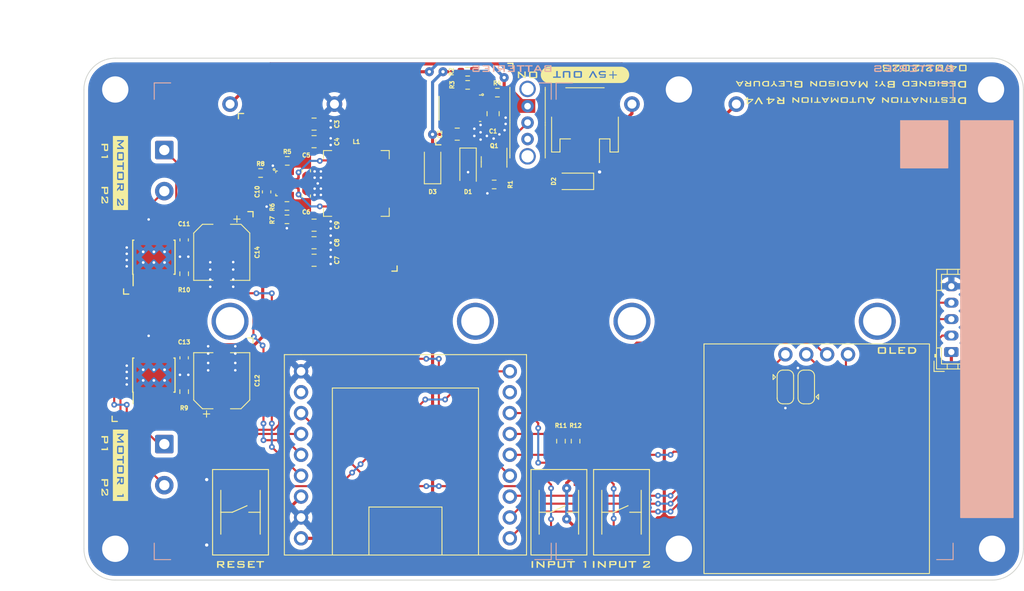
<source format=kicad_pcb>
(kicad_pcb (version 20211014) (generator pcbnew)
  (title_block (title "Destination Automation R4") (date "2023-04-02") (rev "04") (comment 1 "Madison Gleydura") (comment 2 "PROTOTYPE") (comment 3 "2023"))
  (layers (0 "F.Cu" mixed) (31 "B.Cu" power) (34 "B.Paste" user) (35 "F.Paste" user) (36 "B.SilkS" user "B.Silkscreen") (37 "F.SilkS" user "F.Silkscreen") (38 "B.Mask" user) (39 "F.Mask" user) (44 "Edge.Cuts" user))
  (net 0 "")
  (net 1 "VCC")
  (net 2 "GND")
  (net 3 "+5V")
  (net 4 "+8V")
  (net 5 "/Q1S")
  (net 6 "/Q1D")
  (net 7 "/Batt_mid")
  (net 8 "+3V3")
  (net 9 "LFL")
  (net 10 "LFM")
  (net 11 "LFR")
  (net 12 "/OUT1_1")
  (net 13 "/OUT2_1")
  (net 14 "/OUT1_2")
  (net 15 "/OUT2_2")
  (net 16 "/OLED1")
  (net 17 "/OLED2")
  (net 18 "/L1")
  (net 19 "/L2")
  (net 20 "/Q1G")
  (net 21 "/FB_MPM")
  (net 22 "GNDA")
  (net 23 "Net-(R4-Pad2)")
  (net 24 "/10k_up")
  (net 25 "/FB_TPS")
  (net 26 "/100k_up")
  (net 27 "/Ilim_1")
  (net 28 "/Ilim_2")
  (net 30 "/XIAO_RST")
  (net 31 "SW3")
  (net 38 "M2_1")
  (net 39 "M2_2")
  (net 40 "M1_2")
  (net 43 "SCL")
  (net 44 "SDA")
  (net 45 "M1_1")
  (net 46 "SW4")
  (net 47 "Net-(C10-Pad1)")
  (net 48 "/Vout_D")
  (net 49 "/Buck_5V")
  (footprint "MF_Switches:MF_Switches-TACT6MM" (layer "F.Cu") (at 146.685 131.445 -90)
    (fp_text reference "SW3")
    (fp_text value "PTS645SH43SMTR92LFS")
  )
  (footprint "Jumper:SolderJumper-3_P1.3mm_Open_RoundedPad1.0x1.5mm" (layer "F.Cu") (at 174.244 116.203022 -90)
    (fp_text reference "JP1")
    (fp_text value "Jumper_3_Open")
  )
  (footprint "kibuzzard-63BAE271" (layer "F.Cu") (at 91.44 128.429995 -90)
    (fp_text reference "kibuzzard-63BAE271" hide)
    (fp_text value "G***" hide)
  )
  (footprint "Resistor_SMD:R_0603_1608Metric" (layer "F.Cu") (at 139.204192 80.391 180)
    (fp_text reference "R4")
    (fp_text value "100k")
  )
  (footprint "kibuzzard-63BAE271" (layer "F.Cu") (at 91.44 92.869995 -90)
    (fp_text reference "kibuzzard-63BAE271" hide)
    (fp_text value "G***" hide)
  )
  (footprint "MountingHole:MountingHole_3.2mm_M3_DIN965_Pad" (layer "F.Cu") (at 161.29 80.01)
    (fp_text reference "H2")
    (fp_text value "M3")
  )
  (footprint "Resistor_SMD:R_0603_1608Metric" (layer "F.Cu") (at 146.939 122.7968 -90)
    (fp_text reference "R11")
    (fp_text value "10k")
  )
  (footprint "Capacitor_SMD:CP_Elec_6.3x7.7" (layer "F.Cu") (at 105.664 99.822 -90)
    (fp_text reference "C14")
    (fp_text value "47uF")
  )
  (footprint "Resistor_SMD:R_0603_1608Metric" (layer "F.Cu") (at 113.600992 94.1832 180)
    (fp_text reference "R6")
    (fp_text value "330k")
  )
  (footprint "Diode_SMD:D_SOD-123" (layer "F.Cu") (at 135.636 89.534009 -90)
    (fp_text reference "D1")
    (fp_text value "MMSZ4702T1G")
  )
  (footprint "Connector_JST:JST_PH_S2B-PH-SM4-TB_1x02-1MP_P2.00mm_Horizontal" (layer "F.Cu") (at 149.86 84.307 180)
    (fp_text reference "J3" hide)
    (fp_text value "S2B-PH-K-S(LF)(SN)")
  )
  (footprint "DS-ics:DRA74" (layer "F.Cu") (at 122.047 91.44 -90)
    (fp_text reference "L1")
    (fp_text value "1.5uH")
  )
  (footprint "Package_TO_SOT_SMD:SOT-23" (layer "F.Cu") (at 138.800789 88.821489 -90)
    (fp_text reference "Q1")
    (fp_text value "DMP3056L")
  )
  (footprint "kibuzzard-63BAED05" (layer "F.Cu") (at 93.345 90.17 -90)
    (fp_text reference "kibuzzard-63BAED05" hide)
    (fp_text value "G***" hide)
  )
  (footprint "Capacitor_SMD:C_0805_2012Metric" (layer "F.Cu") (at 134.317867 85.4456)
    (fp_text reference "C2")
    (fp_text value "22uF")
  )
  (footprint "Capacitor_SMD:C_0603_1608Metric" (layer "F.Cu") (at 101.092 112.657204 -90)
    (fp_text reference "C13")
    (fp_text value "0.1uF")
  )
  (footprint "kibuzzard-63BAED20" (layer "F.Cu") (at 200.025 107.95 90)
    (fp_text reference "kibuzzard-63BAED20" hide)
    (fp_text value "G***" hide)
  )
  (footprint "DS-power:RNM0015A" (layer "F.Cu") (at 113.538 91.44)
    (fp_text reference "U2")
    (fp_text value "TPS630701")
  )
  (footprint "Capacitor_SMD:C_0603_1608Metric" (layer "F.Cu") (at 101.092 98.311005 -90)
    (fp_text reference "C11")
    (fp_text value "0.1uF")
  )
  (footprint "kibuzzard-63BADBE9" (layer "F.Cu") (at 187.833 111.76)
    (fp_text reference "kibuzzard-63BADBE9" hide)
    (fp_text value "G***" hide)
  )
  (footprint "Capacitor_SMD:C_0603_1608Metric" (layer "F.Cu") (at 111.125 92.469005 -90)
    (fp_text reference "C10")
    (fp_text value "0.1uF")
  )
  (footprint "kibuzzard-6429DDBF" (layer "F.Cu") (at 182.245 79.375 180)
    (fp_text reference "kibuzzard-6429DDBF" hide)
    (fp_text value "G***" hide)
  )
  (footprint "kibuzzard-63BADEE3" (layer "F.Cu") (at 142.875 78.232 180)
    (fp_text reference "kibuzzard-63BADEE3" hide)
    (fp_text value "G***" hide)
  )
  (footprint "MF_Switches:MF_Switches-TACT6MM" (layer "F.Cu") (at 107.95 131.445 -90)
    (fp_text reference "SW2")
    (fp_text value "PTS645SH43SMTR92LFS")
  )
  (footprint "Resistor_SMD:R_0603_1608Metric" (layer "F.Cu") (at 101.092 102.426008 90)
    (fp_text reference "R10")
    (fp_text value "53.6k")
  )
  (footprint "kibuzzard-6429DDCA" (layer "F.Cu") (at 170.434 81.3816 180)
    (fp_text reference "kibuzzard-6429DDCA" hide)
    (fp_text value "G***" hide)
  )
  (footprint "Resistor_SMD:R_0603_1608Metric" (layer "F.Cu") (at 101.092 116.772207 90)
    (fp_text reference "R9")
    (fp_text value "53.6k")
  )
  (footprint "Capacitor_SMD:C_0805_2012Metric" (layer "F.Cu") (at 116.901011 100.7872)
    (fp_text reference "C7")
    (fp_text value "22uF")
  )
  (footprint "Resistor_SMD:R_0603_1608Metric" (layer "F.Cu") (at 135.5852 79.4512 180)
    (fp_text reference "R3")
    (fp_text value "19.1k")
  )
  (footprint "Resistor_SMD:R_0603_1608Metric" (layer "F.Cu") (at 148.717 122.7968 -90)
    (fp_text reference "R12")
    (fp_text value "10k")
  )
  (footprint "Capacitor_SMD:C_0805_2012Metric" (layer "F.Cu") (at 116.901011 84.2264)
    (fp_text reference "C3")
    (fp_text value "10uF")
  )
  (footprint "DS-connectors:SW_SPDT" (layer "F.Cu") (at 149.875 84.041996 -90)
    (fp_text reference "SW1")
    (fp_text value "OS102011MS2QS1")
  )
  (footprint "Capacitor_SMD:C_0805_2012Metric" (layer "F.Cu") (at 138.684 82.954495 -90)
    (fp_text reference "C1")
    (fp_text value "10uF")
  )
  (footprint "kibuzzard-63BADD9E" (layer "F.Cu") (at 107.95 137.795)
    (fp_text reference "kibuzzard-63BADD9E" hide)
    (fp_text value "G***" hide)
  )
  (footprint "Capacitor_SMD:C_0603_1608Metric" (layer "F.Cu") (at 115.951 92.977005 90)
    (fp_text reference "C6")
    (fp_text value "10uF")
  )
  (footprint "Resistor_SMD:R_0603_1608Metric" (layer "F.Cu") (at 113.600992 95.8088)
    (fp_text reference "R7")
    (fp_text value "36.5k")
  )
  (footprint "MountingHole:MountingHole_3.2mm_M3_DIN965_Pad" (layer "F.Cu") (at 92.71 135.89)
    (fp_text reference "H4")
    (fp_text value "M3")
  )
  (footprint "Diode_SMD:D_SOD-123F" (layer "F.Cu") (at 148.717 91.186 180)
    (fp_text reference "D2")
    (fp_text value "DSS14U")
  )
  (footprint "MountingHole:MountingHole_3.2mm_M3_DIN965_Pad" (layer "F.Cu") (at 92.71 80.01)
    (fp_text reference "H1")
    (fp_text value "M3")
  )
  (footprint "Capacitor_SMD:C_0805_2012Metric" (layer "F.Cu") (at 116.901011 96.52)
    (fp_text reference "C9")
    (fp_text value "22uF")
  )
  (footprint "Capacitor_SMD:C_0805_2012Metric" (layer "F.Cu") (at 116.901011 98.6536)
    (fp_text reference "C8")
    (fp_text value "22uF")
  )
  (footprint "DS-connectors:XiaoCarrier" (layer "F.Cu") (at 128.016 139.7 180)
    (fp_text reference "U3")
    (fp_text value "XiaoCarrier")
  )
  (footprint "Resistor_SMD:R_0603_1608Metric" (layer "F.Cu") (at 138.811 91.567 180)
    (fp_text reference "R1")
    (fp_text value "100R")
  )
  (footprint "MountingHole:MountingHole_3.2mm_M3_DIN965_Pad" (layer "F.Cu") (at 161.29 135.89)
    (fp_text reference "H5")
    (fp_text value "M3")
  )
  (footprint "kibuzzard-63BAECF6" (layer "F.Cu") (at 93.345 125.73 -90)
    (fp_text reference "kibuzzard-63BAECF6" hide)
    (fp_text value "G***" hide)
  )
  (footprint "Resistor_SMD:R_0603_1608Metric" (layer "F.Cu") (at 110.392007 90.17)
    (fp_text reference "R8")
    (fp_text value "100k")
  )
  (footprint "kibuzzard-63BAECD9" (layer "F.Cu") (at 146.685 137.795)
    (fp_text reference "kibuzzard-63BAECD9" hide)
    (fp_text value "G***" hide)
  )
  (footprint "Capacitor_SMD:C_0805_2012Metric" (layer "F.Cu") (at 116.901011 86.36)
    (fp_text reference "C4")
    (fp_text value "10uF")
  )
  (footprint "kibuzzard-63BAE25F" (layer "F.Cu") (at 91.44 87.470005 -90)
    (fp_text reference "kibuzzard-63BAE25F" hide)
    (fp_text value "G***" hide)
  )
  (footprint "DS-power:MPM3610" (layer "F.Cu") (at 134.655992 82.292012 -90)
    (fp_text reference "U1")
    (fp_text value "MPM3610")
  )
  (footprint "MF_Switches:MF_Switches-TACT6MM" (layer "F.Cu") (at 154.305 131.445 -90)
    (fp_text reference "SW4")
    (fp_text value "PTS645SH43SMTR92LFS")
  )
  (footprint "Capacitor_SMD:C_0603_1608Metric" (layer "F.Cu") (at 115.951 89.902995 -90)
    (fp_text reference "C5")
    (fp_text value "10uF")
  )
  (footprint "kibuzzard-63BAE25F" (layer "F.Cu") (at 91.44 123.030005 -90)
    (fp_text reference "kibuzzard-63BAE25F" hide)
    (fp_text value "G***" hide)
  )
  (footprint "Connector_Wire:SolderWire-1sqmm_1x02_P5.4mm_D1.4mm_OD2.7mm" (layer "F.Cu") (at 98.679 123.153 -90)
    (fp_text reference "J5")
    (fp_text value "1935161")
  )
  (footprint "kibuzzard-63BAECE0" (layer "F.Cu") (at 154.305 137.795)
    (fp_text reference "kibuzzard-63BAECE0" hide)
    (fp_text value "G***" hide)
  )
  (footprint "MountingHole:MountingHole_3.2mm_M3_DIN965_Pad" (layer "F.Cu") (at 199.39 135.89)
    (fp_text reference "H6")
    (fp_text value "M3")
  )
  (footprint "Diode_SMD:D_SOD-123F" (layer "F.Cu") (at 131.318 89.281 90)
    (fp_text reference "D3")
    (fp_text value "DSS14U")
  )
  (footprint "Connector_Wire:SolderWire-1sqmm_1x02_P5.4mm_D1.4mm_OD2.7mm" (layer "F.Cu") (at 98.679 87.376 -90)
    (fp_text reference "J6")
    (fp_text value "1935161")
  )
  (footprint "Package_SO:Texas_HTSOP-8-1EP_3.9x4.9mm_P1.27mm_EP2.95x4.9mm_Mask2.4x3.1mm_ThermalVias" (layer "F.Cu") (at 97.409 114.7572 90)
    (fp_text reference "U4")
    (fp_text value "DRV8871DDA")
  )
  (footprint "Resistor_SMD:R_0603_1608Metric" (layer "F.Cu") (at 135.5852 77.851)
    (fp_text reference "R2")
    (fp_text value "100k")
  )
  (footprint "kibuzzard-63BADE14" (layer "F.Cu") (at 149.86 78.232 180)
    (fp_text reference "kibuzzard-63BADE14" hide)
    (fp_text value "G***" hide)
  )
  (footprint "MountingHole:MountingHole_3.2mm_M3_DIN965_Pad" (layer "F.Cu") (at 199.263 80.01)
    (fp_text reference "H3")
    (fp_text value "M3")
  )
  (footprint "Package_SO:Texas_HTSOP-8-1EP_3.9x4.9mm_P1.27mm_EP2.95x4.9mm_Mask2.4x3.1mm_ThermalVias" (layer "F.Cu") (at 97.409 100.411001 90)
    (fp_text reference "U5")
    (fp_text value "DRV8871DDA")
  )
  (footprint "Jumper:SolderJumper-3_P1.3mm_Open_RoundedPad1.0x1.5mm" (layer "F.Cu") (at 176.784 116.203022 90)
    (fp_text reference "JP2")
    (fp_text value "Jumper_3_Open")
  )
  (footprint "Connector_JST:JST_PH_B5B-PH-K_1x05_P2.00mm_Vertical" (layer "F.Cu") (at 194.437 111.95 90)
    (fp_text reference "J4")
    (fp_text value "B5B-PH-K-S(LF)(SN)")
  )
  (footprint "Resistor_SMD:R_0603_1608Metric" (layer "F.Cu") (at 113.6396 88.6968 180)
    (fp_text reference "R5")
    (fp_text value "10k")
  )
  (footprint "Capacitor_SMD:CP_Elec_6.3x7.7" (layer "F.Cu") (at 105.664 115.443 90)
    (fp_text reference "C12")
    (fp_text value "47uF")
  )
  (footprint "DS-connectors:OLED_module" (layer "F.Cu") (at 178.054 105.885996)
    (fp_text reference "U6")
    (fp_text value "OLED_module")
  )
  (footprint "DS-power:2464BatteryPack" (layer "B.Cu") (at 121.604989 79.207995 180)
    (fp_text reference "J2")
    (fp_text value "2464")
  )
  (footprint "kibuzzard-63BAED92" (layer "B.Cu") (at 140.97 77.47 180)
    (fp_text reference "kibuzzard-63BAED92" hide)
    (fp_text value "G***" hide)
  )
  (footprint "kibuzzard-63BAED92" (layer "B.Cu") (at 189.865 77.47 180)
    (fp_text reference "kibuzzard-63BAED92" hide)
    (fp_text value "G***" hide)
  )
  (footprint "DS-power:2464BatteryPack" (layer "B.Cu") (at 170.499989 79.207995 180)
    (fp_text reference "J1")
    (fp_text value "2464")
  )
  (gr_rect (start 201.93 83.82) (end 195.58 132.08) (layer "B.SilkS") (width 0.15) (fill solid))
  (gr_rect (start 188.2775 89.535) (end 193.9925 83.82) (layer "B.SilkS") (width 0.15) (fill solid))
  (gr_line (start 127 102.108) (end 127 101.473) (layer "F.SilkS") (width 0.15))
  (gr_line (start 109.474 110.236) (end 109.474 110.871) (layer "F.SilkS") (width 0.15))
  (gr_line (start 109.474 94.869) (end 108.839 94.869) (layer "F.SilkS") (width 0.15))
  (gr_line (start 131.699 86.741) (end 132.334 86.741) (layer "F.SilkS") (width 0.15))
  (gr_line (start 127 102.108) (end 126.365 102.108) (layer "F.SilkS") (width 0.15))
  (gr_line (start 141.097 76.835) (end 140.462 76.835) (layer "F.SilkS") (width 0.15))
  (gr_line (start 131.699 86.741) (end 131.699 86.106) (layer "F.SilkS") (width 0.15))
  (gr_line (start 92.329 120.396) (end 92.329 119.761) (layer "F.SilkS") (width 0.15))
  (gr_line (start 107.696 82.931) (end 108.331 82.931) (layer "F.SilkS") (width 0.15))
  (gr_line (start 93.726 104.902) (end 93.726 104.267) (layer "F.SilkS") (width 0.15))
  (gr_line (start 109.474 94.869) (end 109.474 95.504) (layer "F.SilkS") (width 0.15))
  (gr_line (start 92.329 120.396) (end 92.964 120.396) (layer "F.SilkS") (width 0.15))
  (gr_line (start 93.726 104.902) (end 94.361 104.902) (layer "F.SilkS") (width 0.15))
  (gr_line (start 108.839 110.236) (end 109.474 110.236) (layer "F.SilkS") (width 0.15))
  (gr_line (start 107.696 82.931) (end 107.696 83.566) (layer "F.SilkS") (width 0.15))
  (gr_line (start 141.097 76.835) (end 141.097 77.47) (layer "F.SilkS") (width 0.15))
  (gr_arc locked (start 92.71 139.7) (mid 90.015923 138.584077) (end 88.9 135.89) (layer "Edge.Cuts") (width 0.1))
  (gr_arc locked (start 199.39 76.2) (mid 202.084077 77.315923) (end 203.2 80.01) (layer "Edge.Cuts") (width 0.1))
  (gr_line locked (start 199.39 139.7) (end 92.71 139.7) (layer "Edge.Cuts") (width 0.1))
  (gr_line locked (start 88.9 135.89) (end 88.9 80.01) (layer "Edge.Cuts") (width 0.1))
  (gr_line locked (start 199.39 76.2) (end 92.71 76.2) (layer "Edge.Cuts") (width 0.1))
  (gr_line locked (start 203.2 135.89) (end 203.2 80.01) (layer "Edge.Cuts") (width 0.1))
  (gr_arc locked (start 88.9 80.01) (mid 90.015923 77.315923) (end 92.71 76.2) (layer "Edge.Cuts") (width 0.1))
  (gr_arc locked (start 203.2 135.89) (mid 202.084077 138.584077) (end 199.39 139.7) (layer "Edge.Cuts") (width 0.1))
  (segment (start 115.951 81.3562) (end 115.951 84.226389) (width 0.381) (layer "F.Cu") (net 1))
  (segment (start 130.9219 77.851) (end 119.4562 77.851) (width 0.381) (layer "F.Cu") (net 1))
  (segment (start 119.4562 77.851) (end 115.951 81.3562) (width 0.381) (layer "F.Cu") (net 1))
  (segment (start 115.951 84.226389) (end 115.951011 84.2264) (width 0.381) (layer "F.Cu") (net 1))
  (segment (start 140.0292 78.5612) (end 140.0292 80.391) (width 0.381) (layer "F.Cu") (net 1))
  (via (at 140.0292 78.5612) (size 1.1) (drill 0.4) (layers "F.Cu" "B.Cu") (net 1))
  (via (at 130.9219 77.851) (size 1.1) (drill 0.4) (layers "F.Cu" "B.Cu") (net 1))
  (segment (start 138.3785 76.9105) (end 131.8624 76.9105) (width 0.381) (layer "B.Cu") (net 1))
  (segment (start 131.8624 76.9105) (end 130.9219 77.851) (width 0.381) (layer "B.Cu") (net 1))
  (segment (start 140.0292 78.5612) (end 138.3785 76.9105) (width 0.381) (layer "B.Cu") (net 1))
  (segment (start 103.8352 127.47244) (end 105.50144 127.47244) (width 0.25) (layer "F.Cu") (net 2))
  (segment (start 111.8616 92.3544) (end 112.026 92.19) (width 0.254) (layer "F.Cu") (net 2))
  (segment (start 150.86 87.157) (end 150.86 89.265) (width 0.381) (layer "F.Cu") (net 2))
  (segment (start 111.8616 93.0656) (end 111.8616 92.3544) (width 0.254) (layer "F.Cu") (net 2))
  (segment (start 112.2904 90.04) (end 111.887 89.6366) (width 0.254) (layer "F.Cu") (net 2))
  (segment (start 113.792 95.8088) (end 113.5888 96.012) (width 0.254) (layer "F.Cu") (net 2))
  (segment (start 103.85044 135.41756) (end 105.50144 135.41756) (width 0.254) (layer "F.Cu") (net 2))
  (segment (start 113.792 95.8088) (end 113.5888 95.6056) (width 0.254) (layer "F.Cu") (net 2))
  (segment (start 176.777422 114.903022) (end 176.784 114.903022) (width 0.254) (layer "F.Cu") (net 2))
  (segment (start 111.6832 93.244) (end 111.8616 93.0656) (width 0.254) (layer "F.Cu") (net 2))
  (segment (start 113.313 93.449994) (end 113.313 92.84) (width 0.254) (layer "F.Cu") (net 2))
  (segment (start 112.813 90.04) (end 112.2904 90.04) (width 0.254) (layer "F.Cu") (net 2))
  (segment (start 137.986 92.646) (end 137.986 91.567) (width 0.254) (layer "F.Cu") (net 2))
  (segment (start 113.5888 96.012) (end 113.5888 95.6056) (width 0.254) (layer "F.Cu") (net 2))
  (segment (start 150.86 89.265) (end 151.638 90.043) (width 0.381) (layer "F.Cu") (net 2))
  (segment (start 113.5888 93.725794) (end 113.313 93.449994) (width 0.254) (layer "F.Cu") (net 2))
  (segment (start 114.426 95.8088) (end 113.792 95.8088) (width 0.254) (layer "F.Cu") (net 2))
  (segment (start 96.774 111.8822) (end 96.774 109.982) (width 0.254) (layer "F.Cu") (net 2))
  (segment (start 113.5888 96.8883) (end 113.5888 96.012) (width 0.254) (layer "F.Cu") (net 2))
  (segment (start 103.8352 135.4328) (end 103.85044 135.41756) (width 0.254) (layer "F.Cu") (net 2))
  (segment (start 111.887 89.6366) (end 111.887 89.281) (width 0.254) (layer "F.Cu") (net 2))
  (segment (start 96.774 95.8215) (end 96.774 97.536001) (width 0.254) (layer "F.Cu") (net 2))
  (segment (start 175.768 113.8936) (end 176.777422 114.903022) (width 0.254) (layer "F.Cu") (net 2))
  (segment (start 112.026 92.19) (end 112.388 92.19) (width 0.254) (layer "F.Cu") (net 2))
  (segment (start 113.792 95.8088) (end 113.5888 95.8088) (width 0.254) (layer "F.Cu") (net 2))
  (segment (start 111.125 93.244) (end 111.6832 93.244) (width 0.254) (layer "F.Cu") (net 2))
  (segment (start 111.125 93.244005) (end 111.125 94.2594) (width 0.254) (layer "F.Cu") (net 2))
  (segment (start 135.636 90.0684) (end 135.636 91.184) (width 0.254) (layer "F.Cu") (net 2))
  (segment (start 174.244 117.503022) (end 174.244 118.7704) (width 0.254) (layer "F.Cu") (net 2))
  (segment (start 113.5888 95.6056) (end 113.5888 93.725794) (width 0.254) (layer "F.Cu") (net 2))
  (via (at 104.267 104.013) (size 0.7) (drill 0.31) (layers "F.Cu" "B.Cu") (net 2))
  (via (at 117.729 92.075) (size 0.7) (drill 0.31) (layers "F.Cu" "B.Cu") (net 2))
  (via (at 107.315 113.284) (size 0.7) (drill 0.31) (layers "F.Cu" "B.Cu") (net 2))
  (via (at 94.107 114.3762) (size 0.7) (drill 0.31) (layers "F.Cu" "B.Cu") (net 2))
  (via (at 140.208 83.439) (size 0.7) (drill 0.31) (layers "F.Cu" "B.Cu") (net 2))
  (via (at 118.9228 85.9536) (size 0.7) (drill 0.31) (layers "F.Cu" "B.Cu") (net 2))
  (via (at 104.013 113.284) (size 0.7) (drill 0.31) (layers "F.Cu" "B.Cu") (net 2))
  (via (at 113.5888 96.8883) (size 0.7) (drill 0.31) (layers "F.Cu" "B.Cu") (net 2))
  (via (at 117.729 90.7415) (size 0.7) (drill 0.31) (layers "F.Cu" "B.Cu") (net 2))
  (via (at 100.584 100.3554) (size 0.7) (drill 0.31) (layers "F.Cu" "B.Cu") (net 2))
  (via (at 118.9228 83.82) (size 0.7) (drill 0.31) (layers "F.Cu" "B.Cu") (net 2))
  (via (at 107.061 103.124) (size 0.7) (drill 0.31) (layers "F.Cu" "B.Cu") (net 2))
  (via (at 101.6 100.3554) (size 0.7) (drill 0.31) (layers "F.Cu" "B.Cu") (net 2))
  (via (at 137.16 85.217) (size 0.7) (drill 0.31) (layers "F.Cu" "B.Cu") (net 2))
  (via (at 117.729 92.837) (size 0.7) (drill 0.31) (layers "F.Cu" "B.Cu") (net 2))
  (via (at 116.967 92.837) (size 0.7) (drill 0.31) (layers "F.Cu" "B.Cu") (net 2))
  (via (at 101.6 114.726999) (size 0.7) (drill 0.31) (layers "F.Cu" "B.Cu") (net 2))
  (via (at 94.107 101.5238) (size 0.7) (drill 0.31) (layers "F.Cu" "B.Cu") (net 2))
  (via (at 137.986 92.646) (size 0.7) (drill 0.31) (layers "F.Cu" "B.Cu") (net 2))
  (via (at 104.267 101.9175) (size 0.7) (drill 0.31) (layers "F.Cu" "B.Cu") (net 2))
  (via (at 139.446 85.471) (size 0.7) (drill 0.31) (layers "F.Cu" "B.Cu") (net 2))
  (via (at 104.013 112.141) (size 0.7) (drill 0.31) (layers "F.Cu" "B.Cu") (net 2))
  (via (at 96.774 95.8215) (size 0.7) (drill 0.31) (layers "F.Cu" "B.Cu") (net 2))
  (via (at 94.107 99.9998) (size 0.7) (drill 0.31) (layers "F.Cu" "B.Cu") (net 2))
  (via (at 138.7475 85.979) (size 0.7) (drill 0.31) (layers "F.Cu" "B.Cu") (net 2))
  (via (at 94.107 113.6142) (size 0.7) (drill 0.31) (layers "F.Cu" "B.Cu") (net 2))
  (via (at 137.16 84.328) (size 0.7) (drill 0.31) (layers "F.Cu" "B.Cu") (net 2))
  (via (at 118.9228 100.3808) (size 0.7) (drill 0.31) (layers "F.Cu" "B.Cu") (net 2))
  (via (at 136.398 85.6615) (size 0.7) (drill 0.31) (layers "F.Cu" "B.Cu") (net 2))
  (via (at 107.315 112.141) (size 0.7) (drill 0.31) (layers "F.Cu" "B.Cu") (net 2))
  (via (at 107.061 101.9175) (size 0.7) (drill 0.31) (layers "F.Cu" "B.Cu") (net 2))
  (via (at 94.107 115.9002) (size 0.7) (drill 0.31) (layers "F.Cu" "B.Cu") (net 2))
  (via (at 118.9228 84.6328) (size 0.7) (drill 0.31) (layers "F.Cu" "B.Cu") (net 2))
  (via (at 94.107 99.2378) (size 0.7) (drill 0.31) (layers "F.Cu" "B.Cu") (net 2))
  (via (at 116.967 92.075) (size 0.7) (drill 0.31) (layers "F.Cu" "B.Cu") (net 2))
  (via (at 116.967 89.9795) (size 0.7) (drill 0.31) (layers "F.Cu" "B.Cu") (net 2))
  (via (at 117.348 91.44) (size 0.7) (drill 0.31) (layers "F.Cu" "B.Cu") (net 2))
  (via (at 104.267 103.124) (size 0.7) (drill 0.31) (layers "F.Cu" "B.Cu") (net 2))
  (via (at 107.061 101.0082) (size 0.7) (drill 0.31) (layers "F.Cu" "B.Cu") (net 2))
  (via (at 117.729 89.9795) (size 0.7) (drill 0.31) (layers "F.Cu" "B.Cu") (net 2))
  (via (at 107.315 111.252) (size 0.7) (drill 0.31) (layers "F.Cu" "B.Cu") (net 2))
  (via (at 118.9228 96.0628) (size 0.7) (drill 0.31) (layers "F.Cu" "B.Cu") (net 2))
  (via (at 96.774 109.982) (size 0.7) (drill 0.31) (layers "F.Cu" "B.Cu") (net 2))
  (via (at 118.9228 101.2444) (size 0.7) (drill 0.31) (layers "F.Cu" "B.Cu") (net 2))
  (via (at 118.9228 97.79) (size 0.7) (drill 0.31) (layers "F.Cu" "B.Cu") (net 2))
  (via (at 175.768 113.8936) (size 0.7) (drill 0.31) (layers "F.Cu" "B.Cu") (net 2))
  (via (at 104.013 114.1806) (size 0.7) (drill 0.31) (layers "F.Cu" "B.Cu") (net 2))
  (via (at 104.013 111.252) (size 0.7) (drill 0.31) (layers "F.Cu" "B.Cu") (net 2))
  (via (at 107.315 114.173) (size 0.7) (drill 0.31) (layers "F.Cu" "B.Cu") (net 2))
  (via (at 107.061 104.013) (size 0.7) (drill 0.31) (layers "F.Cu" "B.Cu") (net 2))
  (via (at 118.9228 86.7664) (size 0.7) (drill 0.31) (layers "F.Cu" "B.Cu") (net 2))
  (via (at 103.8352 127.47244) (size 1.1) (drill 0.4) (layers "F.Cu" "B.Cu") (net 2))
  (via (at 94.107 100.7618) (size 0.7) (drill 0.31) (layers "F.Cu" "B.Cu") (net 2))
  (via (at 135.636 90.0684) (size 0.7) (drill 0.31) (layers "F.Cu" "B.Cu") (net 2))
  (via (at 118.9228 99.5172) (size 0.7) (drill 0.31) (layers "F.Cu" "B.Cu") (net 2))
  (via (at 174.244 118.7704) (size 0.7) (drill 0.31) (layers "F.Cu" "B.Cu") (net 2))
  (via (at 103.8352 135.4328) (size 1.1) (drill 0.4) (layers "F.Cu" "B.Cu") (net 2))
  (via (at 111.125 94.2594) (size 0.7) (drill 0.31) (layers "F.Cu" "B.Cu") (net 2))
  (via (at 151.638 90.043) (size 1.1) (drill 0.4) (layers "F.Cu" "B.Cu") (net 2))
  (via (at 118.9228 96.9264) (size 0.7) (drill 0.31) (layers "F.Cu" "B.Cu") (net 2))
  (via (at 136.398 84.7852) (size 0.7) (drill 0.31) (layers "F.Cu" "B.Cu") (net 2))
  (via (at 116.967 90.7415) (size 0.7) (drill 0.31) (layers "F.Cu" "B.Cu") (net 2))
  (via (at 94.107 115.1382) (size 0.7) (drill 0.31) (layers "F.Cu" "B.Cu") (net 2))
  (via (at 111.887 89.281) (size 0.7) (drill 0.31) (layers "F.Cu" "B.Cu") (net 2))
  (via (at 118.9228 98.6536) (size 0.7) (drill 0.31) (layers "F.Cu" "B.Cu") (net 2))
  (via (at 140.208 84.201) (size 0.7) (drill 0.31) (layers "F.Cu" "B.Cu") (net 2))
  (via (at 140.081 84.963) (size 0.7) (drill 0.31) (layers "F.Cu" "B.Cu") (net 2))
  (via (at 137.922 85.6615) (size 0.7) (drill 0.31) (layers "F.Cu" "B.Cu") (net 2))
  (via (at 104.267 101.0285) (size 0.7) (drill 0.31) (layers "F.Cu" "B.Cu") (net 2))
  (via (at 100.584 114.726999) (size 0.7) (drill 0.31) (layers "F.Cu" "B.Cu") (net 2))
  (via (at 137.16 86.106) (size 0.7) (drill 0.31) (layers "F.Cu" "B.Cu") (net 2))
  (segment (start 115.316 134.62) (end 130.4036 134.62) (width 0.381) (layer "F.Cu") (net 3))
  (segment (start 131.318 90.681) (end 131.318 93.1672) (width 0.381) (layer "F.Cu") (net 3))
  (segment (start 131.318 93.1672) (end 131.318 93.726) (width 0.381) (layer "F.Cu") (net 3))
  (segment (start 131.318 133.7056) (end 130.4036 134.62) (width 0.381) (layer "F.Cu") (net 3))
  (segment (start 131.826 93.726) (end 131.318 94.234) (width 0.381) (layer "F.Cu") (net 3))
  (segment (start 131.318 93.726) (end 131.318 94.2848) (width 0.381) (layer "F.Cu") (net 3))
  (segment (start 131.318 93.726) (end 131.826 93.726) (width 0.381) (layer "F.Cu") (net 3))
  (segment (start 131.318 94.234) (end 131.318 94.2848) (width 0.381) (layer "F.Cu") (net 3))
  (segment (start 145.923 91.186) (end 147.317 91.186) (width 0.381) (layer "F.Cu") (net 3))
  (segment (start 131.826 93.726) (end 143.383 93.726) (width 0.381) (layer "F.Cu") (net 3))
  (segment (start 131.826 93.726) (end 131.318 93.218) (width 0.381) (layer "F.Cu") (net 3))
  (segment (start 131.318 94.2848) (end 131.318 133.7056) (width 0.381) (layer "F.Cu") (net 3))
  (segment (start 143.383 93.726) (end 145.923 91.186) (width 0.381) (layer "F.Cu") (net 3))
  (segment (start 131.318 93.218) (end 131.318 93.1672) (width 0.381) (layer "F.Cu") (net 3))
  (segment (start 110.8456 96.9264) (end 111.4044 96.9264) (width 0.381) (layer "F.Cu") (net 4))
  (segment (start 102.997 113.157) (end 102.997 116.713) (width 0.381) (layer "F.Cu") (net 4))
  (segment (start 111.4044 96.9264) (end 111.4298 96.9518) (width 0.381) (layer "F.Cu") (net 4))
  (segment (start 110.65 110.076) (end 110.65 97.5436) (width 0.381) (layer "F.Cu") (net 4))
  (segment (start 102.997 116.713) (end 104.427 118.143) (width 0.381) (layer "F.Cu") (net 4))
  (segment (start 101.722204 111.882204) (end 102.997 113.157) (width 0.381) (layer "F.Cu") (net 4))
  (segment (start 104.427 118.143) (end 105.664 118.143) (width 0.381) (layer "F.Cu") (net 4))
  (segment (start 110.871 96.393) (end 108.458 93.98) (width 0.381) (layer "F.Cu") (net 4))
  (segment (start 110.65 97.122) (end 110.8456 96.9264) (width 0.381) (layer "F.Cu") (net 4))
  (segment (start 110.8456 96.9264) (end 111.125 96.647) (width 0.381) (layer "F.Cu") (net 4))
  (segment (start 110.65 97.5436) (end 110.65 97.122) (width 0.381) (layer "F.Cu") (net 4))
  (segment (start 110.142 97.122) (end 110.2284 97.122) (width 0.381) (layer "F.Cu") (net 4))
  (segment (start 101.091996 111.8822) (end 101.092 111.882204) (width 0.381) (layer "F.Cu") (net 4))
  (segment (start 103.665 97.122) (end 105.664 97.122) (width 0.381) (layer "F.Cu") (net 4))
  (segment (start 109.22 115.951) (end 109.22 111.506) (width 0.381) (layer "F.Cu") (net 4))
  (segment (start 105.664 97.122) (end 110.142 97.122) (width 0.381) (layer "F.Cu") (net 4))
  (segment (start 105.664 118.143) (end 107.028 118.143) (width 0.381) (layer "F.Cu") (net 4))
  (segment (start 110.142 97.122) (end 110.65 97.122) (width 0.381) (layer "F.Cu") (net 4))
  (segment (start 110.8456 96.4184) (end 110.871 96.393) (width 0.381) (layer "F.Cu") (net 4))
  (segment (start 108.458 93.98) (end 108.458 90.3224) (width 0.381) (layer "F.Cu") (net 4))
  (segment (start 110.8456 96.9264) (end 110.8456 96.4184) (width 0.381) (layer "F.Cu") (net 4))
  (segment (start 101.092 111.882204) (end 101.722204 111.882204) (width 0.381) (layer "F.Cu") (net 4))
  (segment (start 99.314 111.8822) (end 101.091996 111.8822) (width 0.381) (layer "F.Cu") (net 4))
  (segment (start 108.6104 90.17) (end 109.567 90.17) (width 0.381) (layer "F.Cu") (net 4))
  (segment (start 107.028 118.143) (end 109.22 115.951) (width 0.381) (layer "F.Cu") (net 4))
  (segment (start 101.092 97.536) (end 103.251 97.536) (width 0.381) (layer "F.Cu") (net 4))
  (segment (start 99.314 97.536001) (end 101.092 97.536) (width 0.381) (layer "F.Cu") (net 4))
  (segment (start 103.251 97.536) (end 103.665 97.122) (width 0.381) (layer "F.Cu") (net 4))
  (segment (start 111.125 96.647) (end 111.4298 96.9518) (width 0.381) (layer "F.Cu") (net 4))
  (segment (start 109.22 111.506) (end 110.65 110.076) (width 0.381) (layer "F.Cu") (net 4))
  (segment (start 115.316 100.838) (end 115.951011 100.838) (width 0.381) (layer "F.Cu") (net 4))
  (segment (start 108.458 90.3224) (end 108.6104 90.17) (width 0.381) (layer "F.Cu") (net 4))
  (segment (start 111.125 96.647) (end 110.871 96.393) (width 0.381) (layer "F.Cu") (net 4))
  (segment (start 110.2284 97.122) (end 110.65 97.5436) (width 0.381) (layer "F.Cu") (net 4))
  (segment (start 111.4298 96.9518) (end 115.316 100.838) (width 0.381) (layer "F.Cu") (net 4))
  (segment (start 140.2207 85.979) (end 138.315691 87.884009) (width 0.254) (layer "F.Cu") (net 5))
  (segment (start 140.937996 85.979) (end 140.2207 85.979) (width 0.254) (layer "F.Cu") (net 5))
  (segment (start 138.315691 87.884009) (end 135.636 87.884009) (width 0.254) (layer "F.Cu") (net 5))
  (segment (start 142.875 84.041996) (end 140.937996 85.979) (width 0.254) (layer "F.Cu") (net 5))
  (segment (start 139.319 92.71) (end 141.859 92.71) (width 0.381) (layer "F.Cu") (net 6))
  (segment (start 146.304 85.725) (end 147.701 84.328) (width 0.381) (layer "F.Cu") (net 6))
  (segment (start 154.178 84.328) (end 155.574989 82.931011) (width 0.381) (layer "F.Cu") (net 6))
  (segment (start 147.701 84.328) (end 154.178 84.328) (width 0.381) (layer "F.Cu") (net 6))
  (segment (start 155.574989 82.931011) (end 155.574989 81.787995) (width 0.381) (layer "F.Cu") (net 6))
  (segment (start 138.8008 92.1918) (end 139.319 92.71) (width 0.381) (layer "F.Cu") (net 6))
  (segment (start 146.304 88.265) (end 146.304 85.725) (width 0.381) (layer "F.Cu") (net 6))
  (segment (start 138.8008 89.759) (end 138.8008 92.1918) (width 0.381) (layer "F.Cu") (net 6))
  (segment (start 141.859 92.71) (end 146.304 88.265) (width 0.381) (layer "F.Cu") (net 6))
  (segment (start 154.3659 76.8959) (end 157.48 80.01) (width 0.381) (layer "F.Cu") (net 7))
  (segment (start 106.679989 81.787995) (end 111.572084 76.8959) (width 0.381) (layer "F.Cu") (net 7))
  (segment (start 157.48 82.55) (end 158.75 83.82) (width 0.381) (layer "F.Cu") (net 7))
  (segment (start 166.242984 83.82) (end 168.274989 81.787995) (width 0.381) (layer "F.Cu") (net 7))
  (segment (start 157.48 80.01) (end 157.48 82.55) (width 0.381) (layer "F.Cu") (net 7))
  (segment (start 158.75 83.82) (end 166.242984 83.82) (width 0.381) (layer "F.Cu") (net 7))
  (segment (start 111.572084 76.8959) (end 154.3659 76.8959) (width 0.381) (layer "F.Cu") (net 7))
  (segment (start 159.512 132.08) (end 159.512 131.6736) (width 0.381) (layer "F.Cu") (net 8))
  (segment (start 147.6375 128.524) (end 147.6375 127.889) (width 0.381) (layer "F.Cu") (net 8))
  (segment (start 149.13356 135.41756) (end 149.13356 136.43356) (width 0.381) (layer "F.Cu") (net 8))
  (segment (start 156.5275 136.8425) (end 156.75356 136.61644) (width 0.381) (layer "F.Cu") (net 8))
  (segment (start 146.939 121.9718) (end 148.717 121.9718) (width 0.381) (layer "F.Cu") (net 8))
  (segment (start 175.796022 117.503022) (end 176.784 117.503022) (width 0.254) (layer "F.Cu") (net 8))
  (segment (start 158.91256 127.47244) (end 156.75356 127.47244) (width 0.381) (layer "F.Cu") (net 8))
  (segment (start 148.05406 127.47244) (end 149.13356 127.47244) (width 0.381) (layer "F.Cu") (net 8))
  (segment (start 159.512 127.4445) (end 159.48406 127.47244) (width 0.381) (layer "F.Cu") (net 8))
  (segment (start 175.514 117.221) (end 175.796022 117.503022) (width 0.254) (layer "F.Cu") (net 8))
  (segment (start 160.00476 132.11556) (end 158.96844 132.11556) (width 0.381) (layer "F.Cu") (net 8))
  (segment (start 149.5425 136.8425) (end 156.5275 136.8425) (width 0.381) (layer "F.Cu") (net 8))
  (segment (start 158.91256 127.47244) (end 159.512 126.873) (width 0.381) (layer "F.Cu") (net 8))
  (segment (start 147.6375 127.889) (end 148.05406 127.47244) (width 0.381) (layer "F.Cu") (net 8))
  (segment (start 158.71444 132.11556) (end 156.75356 134.07644) (width 0.381) (layer "F.Cu") (net 8))
  (segment (start 159.131 122.809) (end 159.893 122.809) (width 0.381) (layer "F.Cu") (net 8))
  (segment (start 147.6375 132.2705) (end 149.13356 133.76656) (width 0.381) (layer "F.Cu") (net 8))
  (segment (start 194.437 121.99112) (end 184.31256 132.11556) (width 0.381) (layer "F.Cu") (net 8))
  (segment (start 158.91256 127.47244) (end 158.91256 127.48006) (width 0.381) (layer "F.Cu") (net 8))
  (segment (start 158.2938 121.9718) (end 159.131 122.809) (width 0.381) (layer "F.Cu") (net 8))
  (segment (start 176.784 118.491) (end 176.784 117.503022) (width 0.381) (layer "F.Cu") (net 8))
  (segment (start 158.91256 127.48006) (end 159.512 128.0795) (width 0.381) (layer "F.Cu") (net 8))
  (segment (start 149.13356 133.76656) (end 149.13356 135.41756) (width 0.381) (layer "F.Cu") (net 8))
  (segment (start 159.512 128.0795) (end 159.512 127.4445) (width 0.381) (layer "F.Cu") (net 8))
  (segment (start 159.07004 132.11556) (end 158.96844 132.11556) (width 0.381) (layer "F.Cu") (net 8))
  (segment (start 112.014 132.842) (end 112.014 136.271) (width 0.381) (layer "F.Cu") (net 8))
  (segment (start 148.65731 136.90981) (end 149.13356 136.43356) (width 0.381) (layer "F.Cu") (net 8))
  (segment (start 159.512 131.6736) (end 159.07004 132.11556) (width 0.381) (layer "F.Cu") (net 8))
  (segment (start 159.512 127.4445) (end 159.512 126.873) (width 0.381) (layer "F.Cu") (net 8))
  (segment (start 148.717 121.9718) (end 158.2938 121.9718) (width 0.381) (layer "F.Cu") (net 8))
  (segment (start 173.99 114.903022) (end 174.593022 114.903022) (width 0.254) (layer "F.Cu") (net 8))
  (segment (start 159.512 126.873) (end 159.512 123.19) (width 0.381) (layer "F.Cu") (net 8))
  (segment (start 159.48406 127.47244) (end 158.91256 127.47244) (width 0.381) (layer "F.Cu") (net 8))
  (segment (start 159.512 131.6736) (end 159.95396 132.11556) (width 0.381) (layer "F.Cu") (net 8))
  (segment (start 184.31256 132.11556) (end 160.00476 132.11556) (width 0.381) (layer "F.Cu") (net 8))
  (segment (start 194.437 111.95) (end 194.437 121.99112) (width 0.381) (layer "F.Cu") (net 8))
  (segment (start 159.95396 132.11556) (end 160.00476 132.11556) (width 0.381) (layer "F.Cu") (net 8))
  (segment (start 159.512 123.19) (end 159.131 122.809) (width 0.381) (layer "F.Cu") (net 8))
  (segment (start 159.512 131.6736) (end 159.512 128.0795) (width 0.381) (layer "F.Cu") (net 8))
  (segment (start 175.101022 114.903022) (end 175.514 115.316) (width 0.254) (layer "F.Cu") (net 8))
  (segment (start 175.514 115.316) (end 175.514 117.221) (width 0.254) (layer "F.Cu") (net 8))
  (segment (start 147.64512 137.922) (end 148.65731 136.90981) (width 0.381) (layer "F.Cu") (net 8))
  (segment (start 149.5425 136.8425) (end 148.72462 136.8425) (width 0.381) (layer "F.Cu") (net 8))
  (segment (start 115.316 129.54) (end 112.014 132.842) (width 0.381) (layer "F.Cu") (net 8))
  (segment (start 159.893 122.809) (end 172.466 122.809) (width 0.381) (layer "F.Cu") (net 8))
  (segment (start 156.75356 134.07644) (end 156.75356 135.41756) (width 0.381) (layer "F.Cu") (net 8))
  (segment (start 159.512 123.19) (end 159.893 122.809) (width 0.381) (layer "F.Cu") (net 8))
  (segment (start 156.75356 136.61644) (end 156.75356 135.41756) (width 0.381) (layer "F.Cu") (net 8))
  (segment (start 149.13356 136.43356) (end 149.5425 136.8425) (width 0.381) (layer "F.Cu") (net 8))
  (segment (start 172.466 122.809) (end 176.784 118.491) (width 0.381) (layer "F.Cu") (net 8))
  (segment (start 148.72462 136.8425) (end 148.65731 136.90981) (width 0.381) (layer "F.Cu") (net 8))
  (segment (start 174.244 114.903022) (end 175.101022 114.903022) (width 0.254) (layer "F.Cu") (net 8))
  (segment (start 158.96844 132.11556) (end 158.71444 132.11556) (width 0.381) (layer "F.Cu") (net 8))
  (segment (start 112.014 136.271) (end 113.665 137.922) (width 0.381) (layer "F.Cu") (net 8))
  (segment (start 113.665 137.922) (end 147.64512 137.922) (width 0.381) (layer "F.Cu") (net 8))
  (via (at 147.6375 128.524) (size 1.1) (drill 0.4) (layers "F.Cu" "B.Cu") (net 8))
  (via (at 147.6375 132.2705) (size 1.1) (drill 0.4) (layers "F.Cu" "B.Cu") (net 8))
  (segment (start 147.6375 132.2705) (end 147.6375 128.524) (width 0.381) (layer "B.Cu") (net 8))
  (segment (start 164.8968 126.746) (end 176.53 126.746) (width 0.254) (layer "F.Cu") (net 9))
  (segment (start 160.274 131.3688) (end 164.8968 126.746) (width 0.254) (layer "F.Cu") (net 9))
  (segment (start 176.53 126.746) (end 193.326 109.95) (width 0.254) (layer "F.Cu") (net 9))
  (segment (start 158.75 131.3688) (end 143.9672 131.3688) (width 0.254) (layer "F.Cu") (net 9))
  (segment (start 143.9672 131.3688) (end 140.716 134.62) (width 0.254) (layer "F.Cu") (net 9))
  (segment (start 193.326 109.95) (end 194.437 109.95) (width 0.254) (layer "F.Cu") (net 9))
  (via (at 160.274 131.3688) (size 0.7) (drill 0.31) (layers "F.Cu" "B.Cu") (net 9))
  (via (at 158.75 131.3688) (size 0.7) (drill 0.31) (layers "F.Cu" "B.Cu") (net 9))
  (segment (start 158.75 131.3688) (end 160.274 131.3688) (width 0.254) (layer "B.Cu") (net 9))
  (segment (start 158.75 130.4036) (end 142.3924 130.4036) (width 0.254) (layer "F.Cu") (net 10))
  (segment (start 193.04 107.95) (end 194.437 107.95) (width 0.254) (layer "F.Cu") (net 10))
  (segment (start 160.274 130.4036) (end 164.8206 125.857) (width 0.254) (layer "F.Cu") (net 10))
  (segment (start 142.3924 130.4036) (end 140.716 132.08) (width 0.254) (layer "F.Cu") (net 10))
  (segment (start 175.133 125.857) (end 193.04 107.95) (width 0.254) (layer "F.Cu") (net 10))
  (segment (start 164.8206 125.857) (end 175.133 125.857) (width 0.254) (layer "F.Cu") (net 10))
  (via (at 160.274 130.4036) (size 0.7) (drill 0.31) (layers "F.Cu" "B.Cu") (net 10))
  (via (at 158.75 130.4036) (size 0.7) (drill 0.31) (layers "F.Cu" "B.Cu") (net 10))
  (segment (start 158.75 130.4036) (end 160.274 130.4036) (width 0.254) (layer "B.Cu") (net 10))
  (segment (start 173.99 124.968) (end 193.008 105.95) (width 0.254) (layer "F.Cu") (net 11))
  (segment (start 193.008 105.95) (end 194.437 105.95) (width 0.254) (layer "F.Cu") (net 11))
  (segment (start 160.274 129.3876) (end 164.6936 124.968) (width 0.254) (layer "F.Cu") (net 11))
  (segment (start 160.274 129.4384) (end 160.274 129.3876) (width 0.254) (layer "F.Cu") (net 11))
  (segment (start 158.75 129.4384) (end 140.8176 129.4384) (width 0.254) (layer "F.Cu") (net 11))
  (segment (start 140.8176 129.4384) (end 140.716 129.54) (width 0.254) (layer "F.Cu") (net 11))
  (segment (start 164.6936 124.968) (end 173.99 124.968) (width 0.254) (layer "F.Cu") (net 11))
  (via (at 158.75 129.4384) (size 0.7) (drill 0.31) (layers "F.Cu" "B.Cu") (net 11))
  (via (at 160.274 129.4384) (size 0.7) (drill 0.31) (layers "F.Cu" "B.Cu") (net 11))
  (segment (start 158.75 129.4384) (end 160.274 129.4384) (width 0.254) (layer "B.Cu") (net 11))
  (segment (start 94.107 119.253) (end 98.007 123.153) (width 0.254) (layer "F.Cu") (net 12))
  (segment (start 95.25 109.22) (end 96.969423 109.22) (width 0.254) (layer "F.Cu") (net 12))
  (segment (start 98.007 123.153) (end 98.679 123.153) (width 0.254) (layer "F.Cu") (net 12))
  (segment (start 94.107 118.364) (end 94.107 119.253) (width 0.254) (layer "F.Cu") (net 12))
  (segment (start 92.583 118.364) (end 92.583 111.887) (width 0.254) (layer "F.Cu") (net 12))
  (segment (start 98.044 110.294577) (end 98.044 111.8822) (width 0.254) (layer "F.Cu") (net 12))
  (segment (start 92.583 111.887) (end 95.25 109.22) (width 0.254) (layer "F.Cu") (net 12))
  (segment (start 96.969423 109.22) (end 98.044 110.294577) (width 0.254) (layer "F.Cu") (net 12))
  (via (at 94.107 118.364) (size 0.7) (drill 0.31) (layers "F.Cu" "B.Cu") (net 12))
  (via (at 92.583 118.364) (size 0.7) (drill 0.31) (layers "F.Cu" "B.Cu") (net 12))
  (segment (start 92.583 118.364) (end 94.107 118.364) (width 0.254) (layer "B.Cu") (net 12))
  (segment (start 95.504 111.8822) (end 93.9848 111.8822) (width 0.254) (layer "F.Cu") (net 13))
  (segment (start 93.9848 111.8822) (end 93.345 112.522) (width 0.254) (layer "F.Cu") (net 13))
  (segment (start 93.345 112.522) (end 93.345 122.819) (width 0.254) (layer "F.Cu") (net 13))
  (segment (start 93.345 122.819) (end 98.679 128.153) (width 0.254) (layer "F.Cu") (net 13))
  (segment (start 98.679 87.376) (end 100.131 88.828) (width 0.254) (layer "F.Cu") (net 14))
  (segment (start 100.131 88.828) (end 100.131 94.0774) (width 0.254) (layer "F.Cu") (net 14))
  (segment (start 100.131 94.0774) (end 98.044 96.1644) (width 0.254) (layer "F.Cu") (net 14))
  (segment (start 98.044 96.1644) (end 98.044 97.536001) (width 0.254) (layer "F.Cu") (net 14))
  (segment (start 95.504 95.551) (end 98.679 92.376) (width 0.254) (layer "F.Cu") (net 15))
  (segment (start 95.504 97.536001) (end 95.504 95.551) (width 0.254) (layer "F.Cu") (net 15))
  (segment (start 173.99 116.203022) (end 172.847 116.203022) (width 0.254) (layer "F.Cu") (net 16))
  (segment (start 172.085 114.394996) (end 172.085 114.554) (width 0.254) (layer "F.Cu") (net 16))
  (segment (start 172.847 116.203022) (end 172.085 115.441022) (width 0.254) (layer "F.Cu") (net 16))
  (segment (start 174.244 112.235996) (end 172.085 114.394996) (width 0.254) (layer "F.Cu") (net 16))
  (segment (start 172.085 115.441022) (end 172.085 114.554) (width 0.254) (layer "F.Cu") (net 16))
  (segment (start 176.784 112.235996) (end 178.308 113.759996) (width 0.254) (layer "F.Cu") (net 17))
  (segment (start 177.673 116.203022) (end 176.784 116.203022) (width 0.254) (layer "F.Cu") (net 17))
  (segment (start 178.308 115.568022) (end 177.673 116.203022) (width 0.254) (layer "F.Cu") (net 17))
  (segment (start 178.308 113.759996) (end 178.308 115.568022) (width 0.254) (layer "F.Cu") (net 17))
  (segment (start 117.602 88.6968) (end 117.6588 88.64) (width 0.254) (layer "F.Cu") (net 18))
  (segment (start 117.6588 88.64) (end 122.047 88.64) (width 0.254) (layer "F.Cu") (net 18))
  (via (at 117.602 88.6968) (size 0.7) (drill 0.31) (layers "F.Cu" "B.Cu") (net 18))
  (via (at 115.0112 90.0938) (size 0.7) (drill 0.31) (layers "F.Cu" "B.Cu") (net 18))
  (segment (start 117.602 88.6968) (end 116.4082 88.6968) (width 0.254) (layer "B.Cu") (net 18))
  (segment (start 116.4082 88.6968) (end 115.0112 90.0938) (width 0.254) (layer "B.Cu") (net 18))
  (segment (start 117.608 94.24) (end 122.047 94.24) (width 0.254) (layer "F.Cu") (net 19))
  (segment (start 117.602 94.234) (end 117.608 94.24) (width 0.254) (layer "F.Cu") (net 19))
  (via (at 117.602 94.234) (size 0.7) (drill 0.31) (layers "F.Cu" "B.Cu") (net 19))
  (via (at 115.0112 92.7862) (size 0.7) (drill 0.31) (layers "F.Cu" "B.Cu") (net 19))
  (segment (start 116.459 94.234) (end 115.0112 92.7862) (width 0.254) (layer "B.Cu") (net 19))
  (segment (start 117.602 94.234) (end 116.459 94.234) (width 0.254) (layer "B.Cu") (net 19))
  (segment (start 139.636 91.567) (end 139.6365 91.5665) (width 0.254) (layer "F.Cu") (net 20))
  (segment (start 139.6365 89.408) (end 139.750789 89.293711) (width 0.254) (layer "F.Cu") (net 20))
  (segment (start 139.6365 91.5665) (end 139.6365 89.408) (width 0.254) (layer "F.Cu") (net 20))
  (segment (start 139.750789 89.293711) (end 139.750789 87.883989) (width 0.254) (layer "F.Cu") (net 20))
  (segment (start 137.105992 81.542012) (end 137.558388 81.542012) (width 0.25) (layer "F.Cu") (net 23))
  (segment (start 138.379192 80.721208) (end 138.379192 80.391) (width 0.25) (layer "F.Cu") (net 23))
  (segment (start 137.558388 81.542012) (end 138.379192 80.721208) (width 0.25) (layer "F.Cu") (net 23))
  (segment (start 112.8146 88.6968) (end 113.313 89.1952) (width 0.254) (layer "F.Cu") (net 24))
  (segment (start 113.141022 90.69) (end 113.313 90.518022) (width 0.254) (layer "F.Cu") (net 24))
  (segment (start 112.388 90.69) (end 113.141022 90.69) (width 0.254) (layer "F.Cu") (net 24))
  (segment (start 113.313 90.518022) (end 113.313 90.04) (width 0.254) (layer "F.Cu") (net 24))
  (segment (start 113.313 89.1952) (end 113.313 90.04) (width 0.254) (layer "F.Cu") (net 24))
  (segment (start 112.388 91.19) (end 112.030521 91.19) (width 0.254) (layer "F.Cu") (net 26))
  (segment (start 111.217 90.376479) (end 111.217 90.17) (width 0.254) (layer "F.Cu") (net 26))
  (segment (start 112.030521 91.19) (end 111.217 90.376479) (width 0.254) (layer "F.Cu") (net 26))
  (segment (start 99.348993 117.597207) (end 99.314 117.6322) (width 0.254) (layer "F.Cu") (net 27))
  (segment (start 101.092 117.597207) (end 99.348993 117.597207) (width 0.254) (layer "F.Cu") (net 27))
  (segment (start 101.056999 103.286001) (end 101.092 103.251) (width 0.254) (layer "F.Cu") (net 28))
  (segment (start 99.314 103.286001) (end 101.056999 103.286001) (width 0.254) (layer "F.Cu") (net 28))
  (segment (start 119.888 128.27) (end 121.533286 126.624714) (width 0.25) (layer "F.Cu") (net 30))
  (segment (start 114.3 128.27) (end 119.888 128.27) (width 0.25) (layer "F.Cu") (net 30))
  (segment (start 110.39856 135.41756) (end 110.39856 127.47244) (width 0.254) (layer "F.Cu") (net 30))
  (segment (start 113.50244 127.47244) (end 110.39856 127.47244) (width 0.25) (layer "F.Cu") (net 30))
  (segment (start 136.271 114.3) (end 140.716 114.3) (width 0.25) (layer "F.Cu") (net 30))
  (segment (start 122.560714 125.597286) (end 130.429 117.729) (width 0.25) (layer "F.Cu") (net 30))
  (segment (start 114.3 128.27) (end 113.50244 127.47244) (width 0.25) (layer "F.Cu") (net 30))
  (segment (start 132.842 117.729) (end 136.271 114.3) (width 0.25) (layer "F.Cu") (net 30))
  (via (at 121.533286 126.624714) (size 0.7) (drill 0.31) (layers "F.Cu" "B.Cu") (net 30))
  (via (at 122.560714 125.597286) (size 0.7) (drill 0.31) (layers "F.Cu" "B.Cu") (net 30))
  (via (at 130.429 117.729) (size 0.7) (drill 0.31) (layers "F.Cu" "B.Cu") (net 30))
  (via (at 132.842 117.729) (size 0.7) (drill 0.31) (layers "F.Cu" "B.Cu") (net 30))
  (segment (start 121.533286 126.624714) (end 122.560714 125.597286) (width 0.25) (layer "B.Cu") (net 30))
  (segment (start 130.429 117.729) (end 132.842 117.729) (width 0.25) (layer "B.Cu") (net 30))
  (segment (start 145.7325 133.9215) (end 144.23644 135.41756) (width 0.254) (layer "F.Cu") (net 31))
  (segment (start 130.556 128.27) (end 124.206 128.27) (width 0.254) (layer "F.Cu") (net 31))
  (segment (start 115.316 119.38) (end 124.206 128.27) (width 0.254) (layer "F.Cu") (net 31))
  (segment (start 145.7325 128.0795) (end 145.12544 127.47244) (width 0.254) (layer "F.Cu") (net 31))
  (segment (start 145.7325 128.524) (end 145.7325 128.0795) (width 0.254) (layer "F.Cu") (net 31))
  (segment (start 141.859 128.27) (end 137.033 128.27) (width 0.254) (layer "F.Cu") (net 31))
  (segment (start 142.65656 127.47244) (end 141.859 128.27) (width 0.254) (layer "F.Cu") (net 31))
  (segment (start 145.7325 132.2705) (end 145.7325 133.9215) (width 0.254) (layer "F.Cu") (net 31))
  (segment (start 145.12544 127.47244) (end 144.23644 127.47244) (width 0.254) (layer "F.Cu") (net 31))
  (segment (start 144.23644 127.47244) (end 142.65656 127.47244) (width 0.254) (layer "F.Cu") (net 31))
  (segment (start 137.033 128.27) (end 132.08 128.27) (width 0.254) (layer "F.Cu") (net 31))
  (via (at 145.7325 132.2705) (size 0.7) (drill 0.31) (layers "F.Cu" "B.Cu") (net 31))
  (via (at 130.556 128.27) (size 0.7) (drill 0.31) (layers "F.Cu" "B.Cu") (net 31))
  (via (at 145.7325 128.524) (size 0.7) (drill 0.31) (layers "F.Cu" "B.Cu") (net 31))
  (via (at 132.08 128.27) (size 0.7) (drill 0.31) (layers "F.Cu" "B.Cu") (net 31))
  (segment (start 132.08 128.27) (end 130.556 128.27) (width 0.254) (layer "B.Cu") (net 31))
  (segment (start 145.7325 128.524) (end 145.7325 132.2705) (width 0.254) (layer "B.Cu") (net 31))
  (segment (start 111.76635 123.50115) (end 115.2652 127) (width 0.254) (layer "F.Cu") (net 38))
  (segment (start 98.1964 104.8004) (end 98.044 104.648) (width 0.254) (layer "F.Cu") (net 38))
  (segment (start 109.8804 104.8004) (end 98.1964 104.8004) (width 0.254) (layer "F.Cu") (net 38))
  (segment (start 115.2652 127) (end 115.316 127) (width 0.254) (layer "F.Cu") (net 38))
  (segment (start 98.044 104.648) (end 98.044 103.286001) (width 0.254) (layer "F.Cu") (net 38))
  (segment (start 111.76 104.8004) (end 111.76 120.65) (width 0.254) (layer "F.Cu") (net 38))
  (via (at 111.76635 123.50115) (size 0.7) (drill 0.31) (layers "F.Cu" "B.Cu") (net 38))
  (via (at 111.76 120.65) (size 0.7) (drill 0.31) (layers "F.Cu" "B.Cu") (net 38))
  (via (at 109.8804 104.8004) (size 0.7) (drill 0.31) (layers "F.Cu" "B.Cu") (net 38))
  (via (at 111.76 104.8004) (size 0.7) (drill 0.31) (layers "F.Cu" "B.Cu") (net 38))
  (segment (start 111.76 123.4948) (end 111.76635 123.50115) (width 0.254) (layer "B.Cu") (net 38))
  (segment (start 111.76 104.8004) (end 109.8804 104.8004) (width 0.254) (layer "B.Cu") (net 38))
  (segment (start 111.76 120.65) (end 111.76 123.4948) (width 0.254) (layer "B.Cu") (net 38))
  (segment (start 96.774 104.902) (end 96.774 103.286001) (width 0.254) (layer "F.Cu") (net 39))
  (segment (start 97.155 105.283) (end 96.774 104.902) (width 0.254) (layer "F.Cu") (net 39))
  (segment (start 109.5248 110.0328) (end 109.5248 106.68) (width 0.254) (layer "F.Cu") (net 39))
  (segment (start 113.538 122.682) (end 115.316 124.46) (width 0.254) (layer "F.Cu") (net 39))
  (segment (start 109.5756 110.0836) (end 109.5248 110.0328) (width 0.254) (layer "F.Cu") (net 39))
  (segment (start 110.744 111.252) (end 110.6424 111.1504) (width 0.254) (layer "F.Cu") (net 39))
  (segment (start 110.744 120.65) (end 110.744 111.252) (width 0.254) (layer "F.Cu") (net 39))
  (segment (start 113.538 122.682) (end 110.744 122.682) (width 0.254) (layer "F.Cu") (net 39))
  (segment (start 108.1278 105.283) (end 97.155 105.283) (width 0.254) (layer "F.Cu") (net 39))
  (segment (start 109.5248 106.68) (end 108.1278 105.283) (width 0.254) (layer "F.Cu") (net 39))
  (via (at 110.6424 111.1504) (size 0.7) (drill 0.31) (layers "F.Cu" "B.Cu") (net 39))
  (via (at 109.5756 110.0836) (size 0.7) (drill 0.31) (layers "F.Cu" "B.Cu") (net 39))
  (via (at 110.744 122.682) (size 0.7) (drill 0.31) (layers "F.Cu" "B.Cu") (net 39))
  (via (at 110.744 120.65) (size 0.7) (drill 0.31) (layers "F.Cu" "B.Cu") (net 39))
  (segment (start 110.6424 111.1504) (end 109.5756 110.0836) (width 0.254) (layer "B.Cu") (net 39))
  (segment (start 110.744 120.65) (end 110.744 122.682) (width 0.254) (layer "B.Cu") (net 39))
  (segment (start 96.774 117.6322) (end 96.774 119.8118) (width 0.254) (layer "F.Cu") (net 40))
  (segment (start 101.727 121.92) (end 115.316 121.92) (width 0.254) (layer "F.Cu") (net 40))
  (segment (start 97.6122 120.65) (end 100.457 120.65) (width 0.254) (layer "F.Cu") (net 40))
  (segment (start 96.774 119.8118) (end 97.6122 120.65) (width 0.254) (layer "F.Cu") (net 40))
  (segment (start 100.457 120.65) (end 101.727 121.92) (width 0.254) (layer "F.Cu") (net 40))
  (segment (start 144.8308 121.92) (end 145.034 122.1232) (width 0.254) (layer "F.Cu") (net 43))
  (segment (start 145.034 122.6566) (end 145.9992 123.6218) (width 0.254) (layer "F.Cu") (net 43))
  (segment (start 145.034 122.1232) (end 145.034 122.6566) (width 0.254) (layer "F.Cu") (net 43))
  (segment (start 140.716 121.92) (end 144.7546 121.92) (width 0.254) (layer "F.Cu") (net 43))
  (segment (start 145.034 121.92) (end 145.034 122.1232) (width 0.254) (layer "F.Cu") (net 43))
  (segment (start 145.9992 123.6218) (end 146.939 123.6218) (width 0.254) (layer "F.Cu") (net 43))
  (segment (start 145.034 121.92) (end 156.1465 110.8075) (width 0.254) (layer "F.Cu") (net 43))
  (segment (start 177.641504 110.8075) (end 179.07 112.235996) (width 0.254) (layer "F.Cu") (net 43))
  (segment (start 144.7546 121.92) (end 145.034 121.92) (width 0.254) (layer "F.Cu") (net 43))
  (segment (start 156.1465 110.8075) (end 177.641504 110.8075) (width 0.254) (layer "F.Cu") (net 43))
  (segment (start 144.7546 121.92) (end 144.8308 121.92) (width 0.254) (layer "F.Cu") (net 43))
  (segment (start 148.717 123.6218) (end 148.717 124.206) (width 0.254) (layer "F.Cu") (net 44))
  (segment (start 148.717 124.46) (end 148.463 124.46) (width 0.254) (layer "F.Cu") (net 44))
  (segment (start 148.717 124.206) (end 148.971 124.46) (width 0.254) (layer "F.Cu") (net 44))
  (segment (start 160.655 124.079) (end 172.847 124.079) (width 0.254) (layer "F.Cu") (net 44))
  (segment (start 148.971 124.46) (end 148.717 124.46) (width 0.254) (layer "F.Cu") (net 44))
  (segment (start 148.717 124.206) (end 148.463 124.46) (width 0.254) (layer "F.Cu") (net 44))
  (segment (start 181.61 115.316) (end 181.61 112.235996) (width 0.254) (layer "F.Cu") (net 44))
  (segment (start 160.274 124.46) (end 160.655 124.079) (width 0.254) (layer "F.Cu") (net 44))
  (segment (start 148.717 124.206) (end 148.717 124.46) (width 0.254) (layer "F.Cu") (net 44))
  (segment (start 158.75 124.46) (end 148.971 124.46) (width 0.254) (layer "F.Cu") (net 44))
  (segment (start 172.847 124.079) (end 181.61 115.316) (width 0.254) (layer "F.Cu") (net 44))
  (segment (start 148.463 124.46) (end 140.716 124.46) (width 0.254) (layer "F.Cu") (net 44))
  (via (at 158.75 124.46) (size 0.7) (drill 0.31) (layers "F.Cu" "B.Cu") (net 44))
  (via (at 160.274 124.46) (size 0.7) (drill 0.31) (layers "F.Cu" "B.Cu") (net 44))
  (segment (start 160.274 124.46) (end 158.75 124.46) (width 0.254) (layer "B.Cu") (net 44))
  (segment (start 112.649 114.681) (end 112.649 120.777) (width 0.254) (layer "F.Cu") (net 45))
  (segment (start 101.984526 121.412) (end 100.714526 120.142) (width 0.254) (layer "F.Cu") (net 45))
  (segment (start 114.554 112.776) (end 112.649 114.681) (width 0.254) (layer "F.Cu") (net 45))
  (segment (start 130.556 112.776) (end 114.554 112.776) (width 0.254) (layer "F.Cu") (net 45))
  (segment (start 98.044 119.38) (end 98.044 117.6322) (width 0.254) (layer "F.Cu") (net 45))
  (segment (start 98.806 120.142) (end 98.044 119.38) (width 0.254) (layer "F.Cu") (net 45))
  (segment (start 112.649 120.777) (end 112.014 121.412) (width 0.254) (layer "F.Cu") (net 45))
  (segment (start 132.08 118.364) (end 140.716 127) (width 0.254) (layer "F.Cu") (net 45))
  (segment (start 112.014 121.412) (end 101.984526 121.412) (width 0.254) (layer "F.Cu") (net 45))
  (segment (start 100.714526 120.142) (end 98.806 120.142) (width 0.254) (layer "F.Cu") (net 45))
  (segment (start 132.08 112.776) (end 132.08 118.364) (width 0.254) (layer "F.Cu") (net 45))
  (via (at 130.556 112.776) (size 0.7) (drill 0.31) (layers "F.Cu" "B.Cu") (net 45))
  (via (at 132.08 112.776) (size 0.7) (drill 0.31) (layers "F.Cu" "B.Cu") (net 45))
  (segment (start 132.08 112.776) (end 130.556 112.776) (width 0.254) (layer "B.Cu") (net 45))
  (segment (start 144.1704 125.4204) (end 151.2268 125.4204) (width 0.254) (layer "F.Cu") (net 46))
  (segment (start 142.9512 119.38) (end 144.1704 120.5992) (width 0.254) (layer "F.Cu") (net 46))
  (segment (start 153.3525 128.5875) (end 153.3525 128.0287) (width 0.254) (layer "F.Cu") (net 46))
  (segment (start 140.716 119.38) (end 142.9512 119.38) (width 0.254) (layer "F.Cu") (net 46))
  (segment (start 144.1704 120.5992) (end 144.1704 121.2088) (width 0.254) (layer "F.Cu") (net 46))
  (segment (start 153.3525 133.9215) (end 151.85644 135.41756) (width 0.254) (layer "F.Cu") (net 46))
  (segment (start 152.79624 127.47244) (end 151.85644 127.47244) (width 0.254) (layer "F.Cu") (net 46))
  (segment (start 153.3525 132.207) (end 153.3525 133.9215) (width 0.254) (layer "F.Cu") (net 46))
  (segment (start 151.2268 125.4204) (end 151.85644 126.05004) (width 0.254) (layer "F.Cu") (net 46))
  (segment (start 153.3525 128.0287) (end 152.79624 127.47244) (width 0.254) (layer "F.Cu") (net 46))
  (segment (start 151.85644 126.05004) (end 151.85644 127.47244) (width 0.254) (layer "F.Cu") (net 46))
  (via (at 153.3525 132.207) (size 0.7) (drill 0.31) (layers "F.Cu" "B.Cu") (net 46))
  (via (at 144.1704 125.4204) (size 0.7) (drill 0.31) (layers "F.Cu" "B.Cu") (net 46))
  (via (at 153.3525 128.5875) (size 0.7) (drill 0.31) (layers "F.Cu" "B.Cu") (net 46))
  (via (at 144.1704 121.2088) (size 0.7) (drill 0.31) (layers "F.Cu" "B.Cu") (net 46))
  (segment (start 144.1704 121.2088) (end 144.1704 125.4204) (width 0.254) (layer "B.Cu") (net 46))
  (segment (start 153.3525 128.5875) (end 153.3525 132.207) (width 0.254) (layer "B.Cu") (net 46))
  (segment (start 111.129 91.69) (end 111.125 91.694) (width 0.254) (layer "F.Cu") (net 47))
  (segment (start 112.388 91.69) (end 111.129 91.69) (width 0.254) (layer "F.Cu") (net 47))
  (segment (start 148.86 89.929) (end 150.117 91.186) (width 0.381) (layer "F.Cu") (net 48))
  (segment (start 148.86 87.157) (end 148.86 89.929) (width 0.381) (layer "F.Cu") (net 48))
  (segment (start 131.318 85.471) (end 131.318 87.881) (width 0.381) (layer "F.Cu") (net 49))
  (segment (start 134.7602 77.851) (end 132.588 77.851) (width 0.381) (layer "F.Cu") (net 49))
  (segment (start 131.318 85.471) (end 133.379967 85.471) (width 0.381) (layer "F.Cu") (net 49))
  (via (at 132.588 77.851) (size 1.1) (drill 0.4) (layers "F.Cu" "B.Cu") (net 49))
  (via (at 131.318 85.471) (size 1.1) (drill 0.4) (layers "F.Cu" "B.Cu") (net 49))
  (segment (start 131.318 79.121) (end 131.318 85.471) (width 0.381) (layer "B.Cu") (net 49))
  (segment (start 132.588 77.851) (end 131.318 79.121) (width 0.381) (layer "B.Cu") (net 49))
  (zone (net 2) (net_name "GND") (layer "F.Cu") (connect_pads yes (clearance 0)) (min_thickness 0.0254) (fill yes (thermal_gap 0.0254) (thermal_bridge_width 0.0254))
    (polygon (pts (xy 119.2784 101.6) (xy 117.348 101.6) (xy 117.2464 101.4984) (xy 117.2464 95.8088) (xy 117.348 95.7072) (xy 119.2784 95.7072)))
  )
  (zone (net 4) (net_name "+8V") (layer "F.Cu") (connect_pads yes (clearance 0)) (min_thickness 0.0254) (fill yes (thermal_gap 0.0254) (thermal_bridge_width 0.0254))
    (polygon (pts (xy 114.4524 92.5068) (xy 114.4524 93.2688) (xy 114.554 93.3704) (xy 115.2652 93.3704) (xy 115.4176 93.218) (xy 116.3828 93.218) (xy 116.5352 93.3704) (xy 116.5352 101.4476) (xy 116.3828 101.6) (xy 115.5192 101.6) (xy 115.3668 101.4476) (xy 115.3668 95.1992) (xy 114.9096 94.742) (xy 114.0968 94.742) (xy 113.9444 94.5896) (xy 113.9444 93.472) (xy 113.6396 93.1672) (xy 113.6396 92.5576) (xy 113.7412 92.456) (xy 114.4016 92.456)))
  )
  (zone (net 2) (net_name "GND") (layer "F.Cu") (connect_pads yes (clearance 0)) (min_thickness 0.0254) (fill yes (thermal_gap 0.0254) (thermal_bridge_width 0.0254))
    (polygon (pts (xy 101.981 98.9838) (xy 101.981 101.6762) (xy 101.5492 102.108) (xy 100.6856 102.108) (xy 100.4824 101.9048) (xy 95.9612 101.9048) (xy 95.8596 102.0064) (xy 95.8596 104.394) (xy 95.758 104.4956) (xy 95.25 104.4956) (xy 95.1484 104.394) (xy 95.1484 102.0064) (xy 95.0468 101.9048) (xy 93.726 101.9048) (xy 93.726 98.8568) (xy 100.3808 98.8568) (xy 100.6856 98.552) (xy 101.5492 98.552)))
  )
  (zone (net 1) (net_name "VCC") (layer "F.Cu") (connect_pads yes (clearance 0)) (min_thickness 0.0254) (fill yes (thermal_gap 0.0254) (thermal_bridge_width 0.0254))
    (polygon (pts (xy 142.2908 81.1784) (xy 143.8148 81.1784) (xy 143.8148 82.8548) (xy 138.0744 82.8548) (xy 137.5664 82.1944) (xy 136.3472 82.1944) (xy 136.3472 81.8896) (xy 137.7188 81.889599) (xy 138.2268 81.460571) (xy 139.0396 80.8228) (xy 139.0396 79.6036) (xy 140.716 79.6036)))
  )
  (zone (net 2) (net_name "GND") (layer "F.Cu") (connect_pads yes (clearance 0)) (min_thickness 0.0254) (fill yes (thermal_gap 0.0254) (thermal_bridge_width 0.0254))
    (polygon (pts (xy 107.696 111.031) (xy 107.696 114.4854) (xy 107.5944 114.587) (xy 103.7844 114.587) (xy 103.632 114.4346) (xy 103.632 111.031) (xy 103.759 110.8786) (xy 107.5436 110.8786)))
  )
  (zone (net 49) (net_name "/Buck_5V") (layer "F.Cu") (connect_pads yes (clearance 0)) (min_thickness 0.0254) (fill yes (thermal_gap 0.0254) (thermal_bridge_width 0.0254))
    (polygon (pts (xy 134.5692 84.4296) (xy 134.2136 84.7852) (xy 134.2136 86.614) (xy 132.334 86.614) (xy 132.334 82.9564) (xy 134.5692 82.9564)))
  )
  (zone (net 19) (net_name "/L2") (layer "F.Cu") (connect_pads yes (clearance 0)) (min_thickness 0.0254) (fill yes (thermal_gap 0.0254) (thermal_bridge_width 0.0254))
    (polygon (pts (xy 115.1636 92.0496) (xy 115.1636 92.9132) (xy 115.1128 92.964) (xy 114.9096 92.964) (xy 114.8588 92.9132) (xy 114.8588 92.1766) (xy 114.7572 92.075) (xy 113.665 92.075) (xy 113.6396 92.0496) (xy 113.6396 91.8464) (xy 113.665 91.821) (xy 114.935 91.821)))
  )
  (zone (net 2) (net_name "GND") (layer "F.Cu") (connect_pads yes (clearance 0)) (min_thickness 0.0254) (fill yes (thermal_gap 0.0254) (thermal_bridge_width 0.0254))
    (polygon (pts (xy 119.2784 83.4136) (xy 117.348 83.4136) (xy 117.2464 83.5152) (xy 117.2464 87.0712) (xy 117.348 87.1728) (xy 119.2784 87.1728)))
  )
  (zone (net 18) (net_name "/L1") (layer "F.Cu") (connect_pads yes (clearance 0)) (min_thickness 0.0254) (fill yes (thermal_gap 0.0254) (thermal_bridge_width 0.0254))
    (polygon (pts (xy 115.1636 90.8304) (xy 115.1636 89.9668) (xy 115.1128 89.916) (xy 114.9096 89.916) (xy 114.8588 89.9668) (xy 114.8588 90.7034) (xy 114.7572 90.805) (xy 113.665 90.805) (xy 113.6396 90.8304) (xy 113.6396 91.0336) (xy 113.665 91.059) (xy 114.935 91.059)))
  )
  (zone (net 25) (net_name "/FB_TPS") (layer "F.Cu") (connect_pads yes (clearance 0)) (min_thickness 0.0254) (fill yes (thermal_gap 0.0254) (thermal_bridge_width 0.0254))
    (polygon (pts (xy 112.9792 92.5576) (xy 112.9792 93.472) (xy 113.284 93.7768) (xy 113.284 96.266) (xy 113.1824 96.3676) (xy 112.3696 96.3676) (xy 112.268 96.266) (xy 112.268 93.7768) (xy 112.6744 93.3704) (xy 112.6744 92.5576) (xy 112.7252 92.5068) (xy 112.9284 92.5068)))
  )
  (zone (net 22) (net_name "GNDA") (layer "F.Cu") (connect_pads yes (clearance 0)) (min_thickness 0.0254) (fill yes (thermal_gap 0.0254) (thermal_bridge_width 0.0254))
    (polygon (pts (xy 135.2804 78.994) (xy 135.2804 79.9592) (xy 135.1788 80.0608) (xy 135.1788 81.534) (xy 135.0772 81.6864) (xy 134.7216 81.6864) (xy 134.62 81.5848) (xy 134.62 80.3656) (xy 134.2644 80.01) (xy 134.2644 78.994) (xy 134.366 78.8924) (xy 135.1788 78.8924)))
  )
  (zone (net 1) (net_name "VCC") (layer "F.Cu") (connect_pads yes (clearance 0)) (min_thickness 0.0254) (fill yes (thermal_gap 0.0254) (thermal_bridge_width 0.0254))
    (polygon (pts (xy 116.5352 83.566) (xy 116.5352 89.5096) (xy 116.3828 89.662) (xy 115.4176 89.662) (xy 115.2652 89.5096) (xy 114.554 89.5096) (xy 114.4524 89.6112) (xy 114.4524 90.3732) (xy 114.4016 90.424) (xy 113.7412 90.424) (xy 113.6396 90.3224) (xy 113.6396 89.408) (xy 113.9444 89.1032) (xy 113.9444 88.138) (xy 115.3668 86.7156) (xy 115.3668 83.566) (xy 115.5192 83.4136) (xy 116.3828 83.4136)))
  )
  (zone (net 2) (net_name "GND") (layer "F.Cu") (connect_pads yes (clearance 0)) (min_thickness 0.0254) (fill yes (thermal_gap 0.0254) (thermal_bridge_width 0.0254))
    (polygon (pts (xy 101.981 113.3602) (xy 101.981 116.0526) (xy 101.5492 116.4844) (xy 100.6856 116.4844) (xy 100.4824 116.2812) (xy 95.9612 116.2812) (xy 95.8596 116.3828) (xy 95.8596 118.7704) (xy 95.758 118.872) (xy 95.25 118.872) (xy 95.1484 118.7704) (xy 95.1484 116.3828) (xy 95.0468 116.2812) (xy 93.726 116.2812) (xy 93.726 113.2332) (xy 100.3808 113.2332) (xy 100.6856 112.9284) (xy 101.5492 112.9284)))
  )
  (zone (net 21) (net_name "/FB_MPM") (layer "F.Cu") (connect_pads yes (clearance 0)) (min_thickness 0.0254) (fill yes (thermal_gap 0.0254) (thermal_bridge_width 0.0254))
    (polygon (pts (xy 136.906 77.3684) (xy 136.906 79.9592) (xy 136.4996 80.3656) (xy 136.4996 81.28) (xy 136.398 81.3816) (xy 135.9916 81.3816) (xy 135.89 81.28) (xy 135.89 77.3684) (xy 135.9916 77.2668) (xy 136.8044 77.2668)))
  )
  (zone (net 2) (net_name "GND") (layer "F.Cu") (connect_pads yes (clearance 0)) (min_thickness 0.0254) (fill yes (thermal_gap 0.0254) (thermal_bridge_width 0.0254))
    (polygon (pts (xy 118.11 93.218) (xy 116.7384 93.218) (xy 116.3828 92.8624) (xy 115.824 92.8624) (xy 115.57 92.6592) (xy 115.4684 92.5576) (xy 115.4684 92.0496) (xy 115.0112 91.5924) (xy 113.284 91.5924) (xy 113.2332 91.5416) (xy 113.2332 91.3384) (xy 113.284 91.2876) (xy 115.0112 91.2876) (xy 115.4684 90.8304) (xy 115.4684 90.3224) (xy 115.824 90.0176) (xy 116.332 90.0176) (xy 116.7384 89.6112) (xy 118.11 89.6112)))
  )
  (zone (net 2) (net_name "GND") (layer "F.Cu") (connect_pads yes (clearance 0)) (min_thickness 0.0254) (fill yes (thermal_gap 0.0254) (thermal_bridge_width 0.0254))
    (polygon (pts (xy 137.9728 83.058) (xy 140.9192 83.058) (xy 140.9192 84.6328) (xy 139.192 86.36) (xy 137.8204 86.36) (xy 137.5664 86.614) (xy 134.4168 86.614) (xy 134.4168 84.8868) (xy 134.9756 84.328) (xy 135.7376 84.328) (xy 135.89 84.1756) (xy 135.89 83.3628) (xy 136.3472 82.9056) (xy 137.8204 82.9056)))
  )
  (zone (net 2) (net_name "GND") (layer "F.Cu") (connect_pads yes (clearance 0)) (min_thickness 0.0254) (fill yes (thermal_gap 0.0254) (thermal_bridge_width 0.0254))
    (polygon (pts (xy 107.442 100.805) (xy 107.442 104.2086) (xy 107.2896 104.361) (xy 104.0384 104.361) (xy 103.886 104.2086) (xy 103.886 100.805) (xy 104.0384 100.6526) (xy 107.2896 100.6526)))
  )
  (zone locked (net 2) (net_name "GND") (layer "B.Cu") (connect_pads (clearance 0.508)) (min_thickness 0.254) (fill yes (thermal_gap 0.508) (thermal_bridge_width 0.762))
    (polygon (pts (xy 203.2 139.7) (xy 88.9 139.7) (xy 88.9 76.2) (xy 203.2 76.2)))
  )
)
</source>
